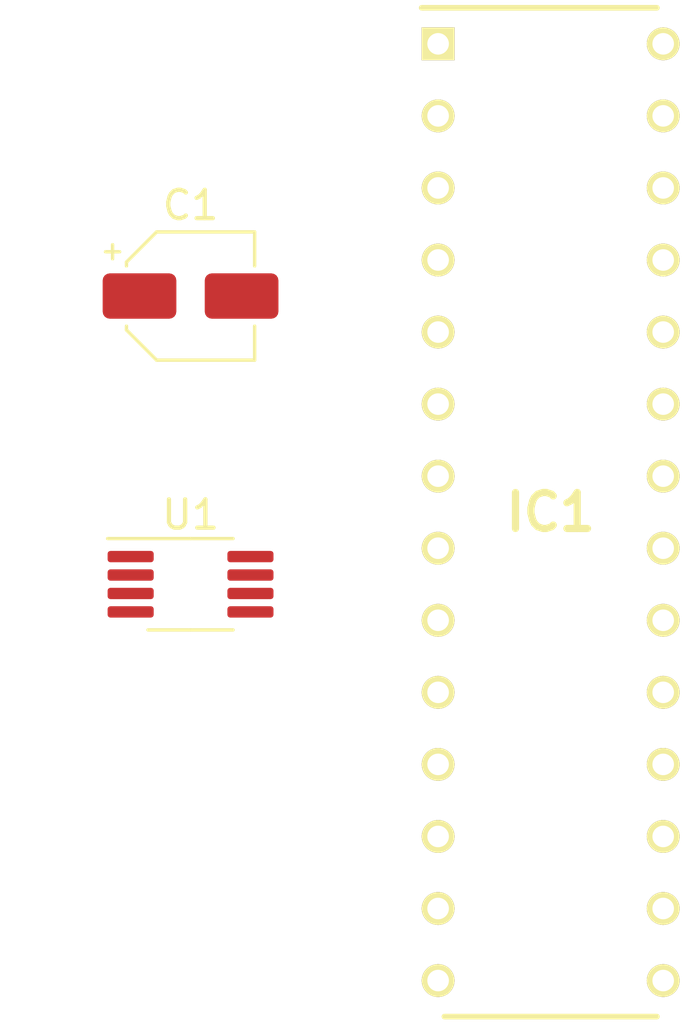
<source format=kicad_pcb>
(kicad_pcb (version 20171130) (host pcbnew 5.1.10-88a1d61d58~90~ubuntu20.04.1)

  (general
    (thickness 1.6)
    (drawings 0)
    (tracks 0)
    (zones 0)
    (modules 3)
    (nets 34)
  )

  (page A4)
  (layers
    (0 F.Cu signal)
    (31 B.Cu signal)
    (32 B.Adhes user)
    (33 F.Adhes user)
    (34 B.Paste user)
    (35 F.Paste user)
    (36 B.SilkS user)
    (37 F.SilkS user)
    (38 B.Mask user)
    (39 F.Mask user)
    (40 Dwgs.User user)
    (41 Cmts.User user)
    (42 Eco1.User user)
    (43 Eco2.User user)
    (44 Edge.Cuts user)
    (45 Margin user)
    (46 B.CrtYd user)
    (47 F.CrtYd user)
    (48 B.Fab user)
    (49 F.Fab user)
  )

  (setup
    (last_trace_width 0.25)
    (trace_clearance 0.2)
    (zone_clearance 0.508)
    (zone_45_only no)
    (trace_min 0.2)
    (via_size 0.8)
    (via_drill 0.4)
    (via_min_size 0.4)
    (via_min_drill 0.3)
    (uvia_size 0.3)
    (uvia_drill 0.1)
    (uvias_allowed no)
    (uvia_min_size 0.2)
    (uvia_min_drill 0.1)
    (edge_width 0.05)
    (segment_width 0.2)
    (pcb_text_width 0.3)
    (pcb_text_size 1.5 1.5)
    (mod_edge_width 0.12)
    (mod_text_size 1 1)
    (mod_text_width 0.15)
    (pad_size 1.524 1.524)
    (pad_drill 0.762)
    (pad_to_mask_clearance 0)
    (aux_axis_origin 0 0)
    (visible_elements FFFFFF7F)
    (pcbplotparams
      (layerselection 0x010fc_ffffffff)
      (usegerberextensions false)
      (usegerberattributes true)
      (usegerberadvancedattributes true)
      (creategerberjobfile true)
      (excludeedgelayer true)
      (linewidth 0.100000)
      (plotframeref false)
      (viasonmask false)
      (mode 1)
      (useauxorigin false)
      (hpglpennumber 1)
      (hpglpenspeed 20)
      (hpglpendiameter 15.000000)
      (psnegative false)
      (psa4output false)
      (plotreference true)
      (plotvalue true)
      (plotinvisibletext false)
      (padsonsilk false)
      (subtractmaskfromsilk false)
      (outputformat 1)
      (mirror false)
      (drillshape 1)
      (scaleselection 1)
      (outputdirectory ""))
  )

  (net 0 "")
  (net 1 "Net-(U1-Pad4)")
  (net 2 "Net-(U1-Pad3)")
  (net 3 "Net-(U1-Pad2)")
  (net 4 GND)
  (net 5 "Net-(C1-Pad1)")
  (net 6 "Net-(IC1-Pad28)")
  (net 7 "Net-(IC1-Pad27)")
  (net 8 "Net-(IC1-Pad26)")
  (net 9 "Net-(IC1-Pad25)")
  (net 10 "Net-(IC1-Pad24)")
  (net 11 "Net-(IC1-Pad23)")
  (net 12 "Net-(IC1-Pad22)")
  (net 13 "Net-(IC1-Pad21)")
  (net 14 "Net-(IC1-Pad20)")
  (net 15 "Net-(IC1-Pad19)")
  (net 16 "Net-(IC1-Pad18)")
  (net 17 "Net-(IC1-Pad17)")
  (net 18 "Net-(IC1-Pad16)")
  (net 19 "Net-(IC1-Pad15)")
  (net 20 "Net-(IC1-Pad14)")
  (net 21 "Net-(IC1-Pad13)")
  (net 22 "Net-(IC1-Pad12)")
  (net 23 "Net-(IC1-Pad11)")
  (net 24 "Net-(IC1-Pad10)")
  (net 25 "Net-(IC1-Pad9)")
  (net 26 "Net-(IC1-Pad8)")
  (net 27 "Net-(IC1-Pad7)")
  (net 28 "Net-(IC1-Pad6)")
  (net 29 "Net-(IC1-Pad5)")
  (net 30 "Net-(IC1-Pad4)")
  (net 31 "Net-(IC1-Pad3)")
  (net 32 "Net-(IC1-Pad2)")
  (net 33 "Net-(IC1-Pad1)")

  (net_class Default "This is the default net class."
    (clearance 0.2)
    (trace_width 0.25)
    (via_dia 0.8)
    (via_drill 0.4)
    (uvia_dia 0.3)
    (uvia_drill 0.1)
    (add_net GND)
    (add_net "Net-(C1-Pad1)")
    (add_net "Net-(IC1-Pad1)")
    (add_net "Net-(IC1-Pad10)")
    (add_net "Net-(IC1-Pad11)")
    (add_net "Net-(IC1-Pad12)")
    (add_net "Net-(IC1-Pad13)")
    (add_net "Net-(IC1-Pad14)")
    (add_net "Net-(IC1-Pad15)")
    (add_net "Net-(IC1-Pad16)")
    (add_net "Net-(IC1-Pad17)")
    (add_net "Net-(IC1-Pad18)")
    (add_net "Net-(IC1-Pad19)")
    (add_net "Net-(IC1-Pad2)")
    (add_net "Net-(IC1-Pad20)")
    (add_net "Net-(IC1-Pad21)")
    (add_net "Net-(IC1-Pad22)")
    (add_net "Net-(IC1-Pad23)")
    (add_net "Net-(IC1-Pad24)")
    (add_net "Net-(IC1-Pad25)")
    (add_net "Net-(IC1-Pad26)")
    (add_net "Net-(IC1-Pad27)")
    (add_net "Net-(IC1-Pad28)")
    (add_net "Net-(IC1-Pad3)")
    (add_net "Net-(IC1-Pad4)")
    (add_net "Net-(IC1-Pad5)")
    (add_net "Net-(IC1-Pad6)")
    (add_net "Net-(IC1-Pad7)")
    (add_net "Net-(IC1-Pad8)")
    (add_net "Net-(IC1-Pad9)")
    (add_net "Net-(U1-Pad2)")
    (add_net "Net-(U1-Pad3)")
    (add_net "Net-(U1-Pad4)")
  )

  (module DSPIC33FJ128MC802-I_SP:DIP794W56P254L3486H508Q28N (layer F.Cu) (tedit 6104AF29) (tstamp 6108E824)
    (at 116.84 59.69)
    (descr "28-Lead Skinny Plastic Dual In-Line (SP) - 300mil Body [SPDIP]")
    (tags "Integrated Circuit")
    (path /61093E82)
    (fp_text reference IC1 (at 0 0) (layer F.SilkS)
      (effects (font (size 1.27 1.27) (thickness 0.254)))
    )
    (fp_text value DSPIC33FJ128MC802-I_SP (at 0 0) (layer F.SilkS) hide
      (effects (font (size 1.27 1.27) (thickness 0.254)))
    )
    (fp_line (start -3.746 17.78) (end 3.746 17.78) (layer F.SilkS) (width 0.2))
    (fp_line (start -4.548 -17.78) (end 3.746 -17.78) (layer F.SilkS) (width 0.2))
    (fp_line (start -3.746 -16.51) (end -2.476 -17.78) (layer Dwgs.User) (width 0.1))
    (fp_line (start -3.746 17.78) (end -3.746 -17.78) (layer Dwgs.User) (width 0.1))
    (fp_line (start 3.746 17.78) (end -3.746 17.78) (layer Dwgs.User) (width 0.1))
    (fp_line (start 3.746 -17.78) (end 3.746 17.78) (layer Dwgs.User) (width 0.1))
    (fp_line (start -3.746 -17.78) (end 3.746 -17.78) (layer Dwgs.User) (width 0.1))
    (fp_line (start -5.084 18.03) (end -5.084 -18.03) (layer Dwgs.User) (width 0.05))
    (fp_line (start 5.084 18.03) (end -5.084 18.03) (layer Dwgs.User) (width 0.05))
    (fp_line (start 5.084 -18.03) (end 5.084 18.03) (layer Dwgs.User) (width 0.05))
    (fp_line (start -5.084 -18.03) (end 5.084 -18.03) (layer Dwgs.User) (width 0.05))
    (pad 28 thru_hole circle (at 3.969 -16.51 90) (size 1.159 1.159) (drill 0.759) (layers *.Cu *.Mask F.SilkS)
      (net 6 "Net-(IC1-Pad28)"))
    (pad 27 thru_hole circle (at 3.969 -13.97 90) (size 1.159 1.159) (drill 0.759) (layers *.Cu *.Mask F.SilkS)
      (net 7 "Net-(IC1-Pad27)"))
    (pad 26 thru_hole circle (at 3.969 -11.43 90) (size 1.159 1.159) (drill 0.759) (layers *.Cu *.Mask F.SilkS)
      (net 8 "Net-(IC1-Pad26)"))
    (pad 25 thru_hole circle (at 3.969 -8.89 90) (size 1.159 1.159) (drill 0.759) (layers *.Cu *.Mask F.SilkS)
      (net 9 "Net-(IC1-Pad25)"))
    (pad 24 thru_hole circle (at 3.969 -6.35 90) (size 1.159 1.159) (drill 0.759) (layers *.Cu *.Mask F.SilkS)
      (net 10 "Net-(IC1-Pad24)"))
    (pad 23 thru_hole circle (at 3.969 -3.81 90) (size 1.159 1.159) (drill 0.759) (layers *.Cu *.Mask F.SilkS)
      (net 11 "Net-(IC1-Pad23)"))
    (pad 22 thru_hole circle (at 3.969 -1.27 90) (size 1.159 1.159) (drill 0.759) (layers *.Cu *.Mask F.SilkS)
      (net 12 "Net-(IC1-Pad22)"))
    (pad 21 thru_hole circle (at 3.969 1.27 90) (size 1.159 1.159) (drill 0.759) (layers *.Cu *.Mask F.SilkS)
      (net 13 "Net-(IC1-Pad21)"))
    (pad 20 thru_hole circle (at 3.969 3.81 90) (size 1.159 1.159) (drill 0.759) (layers *.Cu *.Mask F.SilkS)
      (net 14 "Net-(IC1-Pad20)"))
    (pad 19 thru_hole circle (at 3.969 6.35 90) (size 1.159 1.159) (drill 0.759) (layers *.Cu *.Mask F.SilkS)
      (net 15 "Net-(IC1-Pad19)"))
    (pad 18 thru_hole circle (at 3.969 8.89 90) (size 1.159 1.159) (drill 0.759) (layers *.Cu *.Mask F.SilkS)
      (net 16 "Net-(IC1-Pad18)"))
    (pad 17 thru_hole circle (at 3.969 11.43 90) (size 1.159 1.159) (drill 0.759) (layers *.Cu *.Mask F.SilkS)
      (net 17 "Net-(IC1-Pad17)"))
    (pad 16 thru_hole circle (at 3.969 13.97 90) (size 1.159 1.159) (drill 0.759) (layers *.Cu *.Mask F.SilkS)
      (net 18 "Net-(IC1-Pad16)"))
    (pad 15 thru_hole circle (at 3.969 16.51 90) (size 1.159 1.159) (drill 0.759) (layers *.Cu *.Mask F.SilkS)
      (net 19 "Net-(IC1-Pad15)"))
    (pad 14 thru_hole circle (at -3.969 16.51 90) (size 1.159 1.159) (drill 0.759) (layers *.Cu *.Mask F.SilkS)
      (net 20 "Net-(IC1-Pad14)"))
    (pad 13 thru_hole circle (at -3.969 13.97 90) (size 1.159 1.159) (drill 0.759) (layers *.Cu *.Mask F.SilkS)
      (net 21 "Net-(IC1-Pad13)"))
    (pad 12 thru_hole circle (at -3.969 11.43 90) (size 1.159 1.159) (drill 0.759) (layers *.Cu *.Mask F.SilkS)
      (net 22 "Net-(IC1-Pad12)"))
    (pad 11 thru_hole circle (at -3.969 8.89 90) (size 1.159 1.159) (drill 0.759) (layers *.Cu *.Mask F.SilkS)
      (net 23 "Net-(IC1-Pad11)"))
    (pad 10 thru_hole circle (at -3.969 6.35 90) (size 1.159 1.159) (drill 0.759) (layers *.Cu *.Mask F.SilkS)
      (net 24 "Net-(IC1-Pad10)"))
    (pad 9 thru_hole circle (at -3.969 3.81 90) (size 1.159 1.159) (drill 0.759) (layers *.Cu *.Mask F.SilkS)
      (net 25 "Net-(IC1-Pad9)"))
    (pad 8 thru_hole circle (at -3.969 1.27 90) (size 1.159 1.159) (drill 0.759) (layers *.Cu *.Mask F.SilkS)
      (net 26 "Net-(IC1-Pad8)"))
    (pad 7 thru_hole circle (at -3.969 -1.27 90) (size 1.159 1.159) (drill 0.759) (layers *.Cu *.Mask F.SilkS)
      (net 27 "Net-(IC1-Pad7)"))
    (pad 6 thru_hole circle (at -3.969 -3.81 90) (size 1.159 1.159) (drill 0.759) (layers *.Cu *.Mask F.SilkS)
      (net 28 "Net-(IC1-Pad6)"))
    (pad 5 thru_hole circle (at -3.969 -6.35 90) (size 1.159 1.159) (drill 0.759) (layers *.Cu *.Mask F.SilkS)
      (net 29 "Net-(IC1-Pad5)"))
    (pad 4 thru_hole circle (at -3.969 -8.89 90) (size 1.159 1.159) (drill 0.759) (layers *.Cu *.Mask F.SilkS)
      (net 30 "Net-(IC1-Pad4)"))
    (pad 3 thru_hole circle (at -3.969 -11.43 90) (size 1.159 1.159) (drill 0.759) (layers *.Cu *.Mask F.SilkS)
      (net 31 "Net-(IC1-Pad3)"))
    (pad 2 thru_hole circle (at -3.969 -13.97 90) (size 1.159 1.159) (drill 0.759) (layers *.Cu *.Mask F.SilkS)
      (net 32 "Net-(IC1-Pad2)"))
    (pad 1 thru_hole rect (at -3.969 -16.51 90) (size 1.159 1.159) (drill 0.759) (layers *.Cu *.Mask F.SilkS)
      (net 33 "Net-(IC1-Pad1)"))
    (model /home/jonathan/github/hardware_bsc/Library/LIB_DSPIC33FJ128MC802-I_SP/DSPIC33FJ128MC802-I_SP/3D/DSPIC33FJ128MC802-I_SP.stp
      (at (xyz 0 0 0))
      (scale (xyz 1 1 1))
      (rotate (xyz 0 0 0))
    )
  )

  (module Capacitor_SMD:CP_Elec_4x5.3 (layer F.Cu) (tedit 5BCA39CF) (tstamp 6108E68A)
    (at 104.14 52.07)
    (descr "SMD capacitor, aluminum electrolytic, Vishay, 4.0x5.3mm")
    (tags "capacitor electrolytic")
    (path /61092BCB)
    (attr smd)
    (fp_text reference C1 (at 0 -3.2) (layer F.SilkS)
      (effects (font (size 1 1) (thickness 0.15)))
    )
    (fp_text value C (at 0 3.2) (layer F.Fab)
      (effects (font (size 1 1) (thickness 0.15)))
    )
    (fp_text user %R (at 0 0) (layer F.Fab)
      (effects (font (size 0.8 0.8) (thickness 0.12)))
    )
    (fp_circle (center 0 0) (end 2 0) (layer F.Fab) (width 0.1))
    (fp_line (start 2.15 -2.15) (end 2.15 2.15) (layer F.Fab) (width 0.1))
    (fp_line (start -1.15 -2.15) (end 2.15 -2.15) (layer F.Fab) (width 0.1))
    (fp_line (start -1.15 2.15) (end 2.15 2.15) (layer F.Fab) (width 0.1))
    (fp_line (start -2.15 -1.15) (end -2.15 1.15) (layer F.Fab) (width 0.1))
    (fp_line (start -2.15 -1.15) (end -1.15 -2.15) (layer F.Fab) (width 0.1))
    (fp_line (start -2.15 1.15) (end -1.15 2.15) (layer F.Fab) (width 0.1))
    (fp_line (start -1.574773 -1) (end -1.174773 -1) (layer F.Fab) (width 0.1))
    (fp_line (start -1.374773 -1.2) (end -1.374773 -0.8) (layer F.Fab) (width 0.1))
    (fp_line (start 2.26 2.26) (end 2.26 1.06) (layer F.SilkS) (width 0.12))
    (fp_line (start 2.26 -2.26) (end 2.26 -1.06) (layer F.SilkS) (width 0.12))
    (fp_line (start -1.195563 -2.26) (end 2.26 -2.26) (layer F.SilkS) (width 0.12))
    (fp_line (start -1.195563 2.26) (end 2.26 2.26) (layer F.SilkS) (width 0.12))
    (fp_line (start -2.26 1.195563) (end -2.26 1.06) (layer F.SilkS) (width 0.12))
    (fp_line (start -2.26 -1.195563) (end -2.26 -1.06) (layer F.SilkS) (width 0.12))
    (fp_line (start -2.26 -1.195563) (end -1.195563 -2.26) (layer F.SilkS) (width 0.12))
    (fp_line (start -2.26 1.195563) (end -1.195563 2.26) (layer F.SilkS) (width 0.12))
    (fp_line (start -3 -1.56) (end -2.5 -1.56) (layer F.SilkS) (width 0.12))
    (fp_line (start -2.75 -1.81) (end -2.75 -1.31) (layer F.SilkS) (width 0.12))
    (fp_line (start 2.4 -2.4) (end 2.4 -1.05) (layer F.CrtYd) (width 0.05))
    (fp_line (start 2.4 -1.05) (end 3.35 -1.05) (layer F.CrtYd) (width 0.05))
    (fp_line (start 3.35 -1.05) (end 3.35 1.05) (layer F.CrtYd) (width 0.05))
    (fp_line (start 3.35 1.05) (end 2.4 1.05) (layer F.CrtYd) (width 0.05))
    (fp_line (start 2.4 1.05) (end 2.4 2.4) (layer F.CrtYd) (width 0.05))
    (fp_line (start -1.25 2.4) (end 2.4 2.4) (layer F.CrtYd) (width 0.05))
    (fp_line (start -1.25 -2.4) (end 2.4 -2.4) (layer F.CrtYd) (width 0.05))
    (fp_line (start -2.4 1.25) (end -1.25 2.4) (layer F.CrtYd) (width 0.05))
    (fp_line (start -2.4 -1.25) (end -1.25 -2.4) (layer F.CrtYd) (width 0.05))
    (fp_line (start -2.4 -1.25) (end -2.4 -1.05) (layer F.CrtYd) (width 0.05))
    (fp_line (start -2.4 1.05) (end -2.4 1.25) (layer F.CrtYd) (width 0.05))
    (fp_line (start -2.4 -1.05) (end -3.35 -1.05) (layer F.CrtYd) (width 0.05))
    (fp_line (start -3.35 -1.05) (end -3.35 1.05) (layer F.CrtYd) (width 0.05))
    (fp_line (start -3.35 1.05) (end -2.4 1.05) (layer F.CrtYd) (width 0.05))
    (pad 2 smd roundrect (at 1.8 0) (size 2.6 1.6) (layers F.Cu F.Paste F.Mask) (roundrect_rratio 0.15625)
      (net 4 GND))
    (pad 1 smd roundrect (at -1.8 0) (size 2.6 1.6) (layers F.Cu F.Paste F.Mask) (roundrect_rratio 0.15625)
      (net 5 "Net-(C1-Pad1)"))
    (model ${KISYS3DMOD}/Capacitor_SMD.3dshapes/CP_Elec_4x5.3.wrl
      (at (xyz 0 0 0))
      (scale (xyz 1 1 1))
      (rotate (xyz 0 0 0))
    )
  )

  (module Package_SO:MSOP-8_3x3mm_P0.65mm (layer F.Cu) (tedit 5E509FDD) (tstamp 6108E388)
    (at 104.14 62.23)
    (descr "MSOP, 8 Pin (https://www.jedec.org/system/files/docs/mo-187F.pdf variant AA), generated with kicad-footprint-generator ipc_gullwing_generator.py")
    (tags "MSOP SO")
    (path /61089579)
    (attr smd)
    (fp_text reference U1 (at 0 -2.45) (layer F.SilkS)
      (effects (font (size 1 1) (thickness 0.15)))
    )
    (fp_text value MIC5219-3.3YMM (at 0 2.45) (layer F.Fab)
      (effects (font (size 1 1) (thickness 0.15)))
    )
    (fp_line (start 3.18 -1.75) (end -3.18 -1.75) (layer F.CrtYd) (width 0.05))
    (fp_line (start 3.18 1.75) (end 3.18 -1.75) (layer F.CrtYd) (width 0.05))
    (fp_line (start -3.18 1.75) (end 3.18 1.75) (layer F.CrtYd) (width 0.05))
    (fp_line (start -3.18 -1.75) (end -3.18 1.75) (layer F.CrtYd) (width 0.05))
    (fp_line (start -1.5 -0.75) (end -0.75 -1.5) (layer F.Fab) (width 0.1))
    (fp_line (start -1.5 1.5) (end -1.5 -0.75) (layer F.Fab) (width 0.1))
    (fp_line (start 1.5 1.5) (end -1.5 1.5) (layer F.Fab) (width 0.1))
    (fp_line (start 1.5 -1.5) (end 1.5 1.5) (layer F.Fab) (width 0.1))
    (fp_line (start -0.75 -1.5) (end 1.5 -1.5) (layer F.Fab) (width 0.1))
    (fp_line (start 0 -1.61) (end -2.925 -1.61) (layer F.SilkS) (width 0.12))
    (fp_line (start 0 -1.61) (end 1.5 -1.61) (layer F.SilkS) (width 0.12))
    (fp_line (start 0 1.61) (end -1.5 1.61) (layer F.SilkS) (width 0.12))
    (fp_line (start 0 1.61) (end 1.5 1.61) (layer F.SilkS) (width 0.12))
    (fp_text user %R (at 0 0) (layer F.Fab)
      (effects (font (size 0.75 0.75) (thickness 0.11)))
    )
    (pad 8 smd roundrect (at 2.1125 -0.975) (size 1.625 0.4) (layers F.Cu F.Paste F.Mask) (roundrect_rratio 0.25)
      (net 4 GND))
    (pad 7 smd roundrect (at 2.1125 -0.325) (size 1.625 0.4) (layers F.Cu F.Paste F.Mask) (roundrect_rratio 0.25)
      (net 4 GND))
    (pad 6 smd roundrect (at 2.1125 0.325) (size 1.625 0.4) (layers F.Cu F.Paste F.Mask) (roundrect_rratio 0.25)
      (net 4 GND))
    (pad 5 smd roundrect (at 2.1125 0.975) (size 1.625 0.4) (layers F.Cu F.Paste F.Mask) (roundrect_rratio 0.25)
      (net 4 GND))
    (pad 4 smd roundrect (at -2.1125 0.975) (size 1.625 0.4) (layers F.Cu F.Paste F.Mask) (roundrect_rratio 0.25)
      (net 1 "Net-(U1-Pad4)"))
    (pad 3 smd roundrect (at -2.1125 0.325) (size 1.625 0.4) (layers F.Cu F.Paste F.Mask) (roundrect_rratio 0.25)
      (net 2 "Net-(U1-Pad3)"))
    (pad 2 smd roundrect (at -2.1125 -0.325) (size 1.625 0.4) (layers F.Cu F.Paste F.Mask) (roundrect_rratio 0.25)
      (net 3 "Net-(U1-Pad2)"))
    (pad 1 smd roundrect (at -2.1125 -0.975) (size 1.625 0.4) (layers F.Cu F.Paste F.Mask) (roundrect_rratio 0.25)
      (net 5 "Net-(C1-Pad1)"))
    (model ${KISYS3DMOD}/Package_SO.3dshapes/MSOP-8_3x3mm_P0.65mm.wrl
      (at (xyz 0 0 0))
      (scale (xyz 1 1 1))
      (rotate (xyz 0 0 0))
    )
  )

)

</source>
